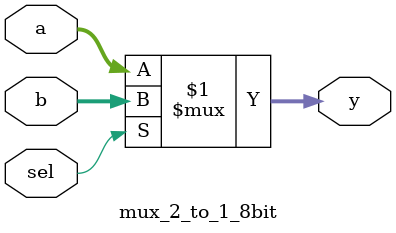
<source format=v>
module mux_2_to_1_8bit (
    input wire [7:0] a,
    input wire [7:0] b,
    input wire sel,
    output wire [7:0] y
);
    assign y = sel ? b : a;
endmodule
</source>
